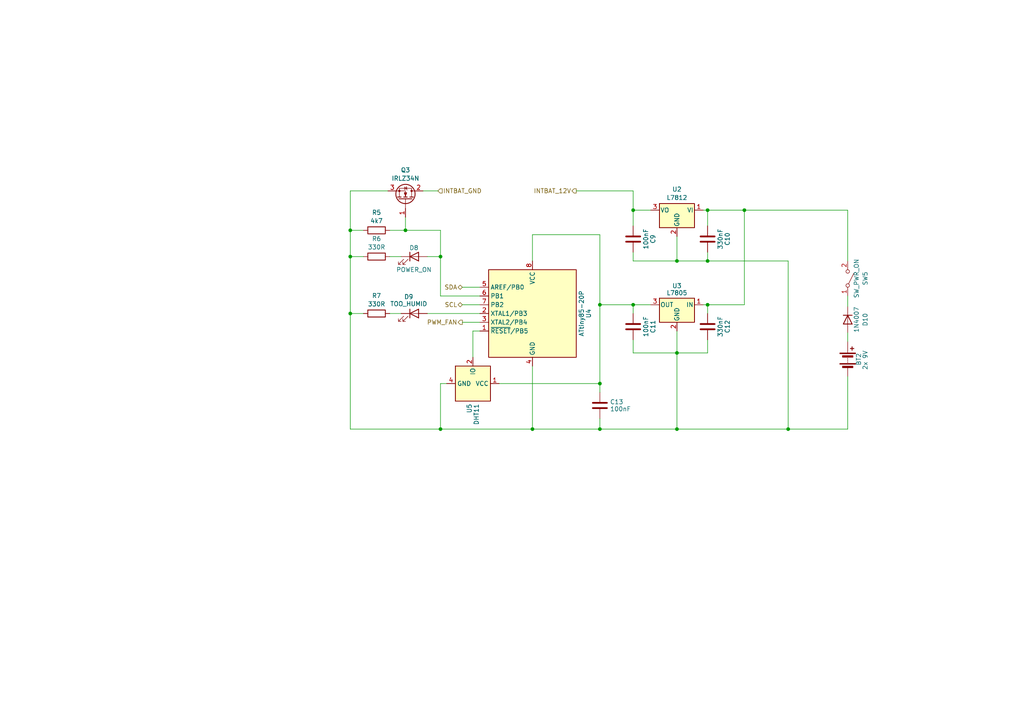
<source format=kicad_sch>
(kicad_sch (version 20231120) (generator "eeschema") (generator_version "8.0")
  (paper "A4")
  (lib_symbols
    (symbol "Device:Battery" (pin_numbers hide) (pin_names (offset 0) hide)
      (property "Reference" "BT" (at 2.54 2.54 0))
      (property "Value" "Battery" (at 2.54 0 0))
      (symbol "Battery_0_1"
        (rectangle (start -2.286 -1.27) (end 2.286 -1.524) (fill (type outline)))
        (rectangle (start -2.286 1.778) (end 2.286 1.524) (fill (type outline)))
        (rectangle (start -1.524 -2.032) (end 1.524 -2.54) (fill (type outline)))
        (rectangle (start -1.524 1.016) (end 1.524 0.508) (fill (type outline)))
        (polyline (pts (xy 0 -1.016) (xy 0 -0.762)))
        (polyline (pts (xy 0 -0.508) (xy 0 -0.254)))
        (polyline (pts (xy 0 0) (xy 0 0.254)))
        (polyline (pts (xy 0 1.778) (xy 0 2.54)))
        (polyline (pts (xy 0.762 3.048) (xy 1.778 3.048)) (stroke (width 0.254)))
        (polyline (pts (xy 1.27 3.556) (xy 1.27 2.54)) (stroke (width 0.254)))
      )
      (symbol "Battery_1_1"
        (pin passive line (at 0 5.08 270) (length 2.54) (name "+") (number "1"))
        (pin passive line (at 0 -5.08 90) (length 2.54) (name "-") (number "2"))
      )
    )
    (symbol "Device:C" (pin_numbers hide) (pin_names (offset 0.254))
      (property "Reference" "C" (at 0.635 2.54 0))
      (property "Value" "C" (at 0.635 -2.54 0))
      (symbol "C_0_1"
        (polyline (pts (xy -2.032 -0.762) (xy 2.032 -0.762)) (stroke (width 0.508)))
        (polyline (pts (xy -2.032 0.762) (xy 2.032 0.762)) (stroke (width 0.508)))
      )
      (symbol "C_1_1"
        (pin passive line (at 0 3.81 270) (length 2.794) (name "~") (number "1"))
        (pin passive line (at 0 -3.81 90) (length 2.794) (name "~") (number "2"))
      )
    )
    (symbol "Device:LED" (pin_numbers hide) (pin_names (offset 1.016) hide)
      (property "Reference" "D" (at 0 2.54 0))
      (property "Value" "LED" (at 0 -2.54 0))
      (symbol "LED_0_1"
        (polyline (pts (xy -1.27 -1.27) (xy -1.27 1.27)) (stroke (width 0.254)))
        (polyline (pts (xy -1.27 0) (xy 1.27 0)))
        (polyline (pts (xy 1.27 -1.27) (xy 1.27 1.27) (xy -1.27 0) (xy 1.27 -1.27)) (stroke (width 0.254)))
        (polyline (pts (xy -3.048 -0.762) (xy -4.572 -2.286) (xy -3.81 -2.286) (xy -4.572 -2.286) (xy -4.572 -1.524)))
        (polyline (pts (xy -1.778 -0.762) (xy -3.302 -2.286) (xy -2.54 -2.286) (xy -3.302 -2.286) (xy -3.302 -1.524)))
      )
      (symbol "LED_1_1"
        (pin passive line (at -3.81 0 0) (length 2.54) (name "K") (number "1"))
        (pin passive line (at 3.81 0 180) (length 2.54) (name "A") (number "2"))
      )
    )
    (symbol "Device:R" (pin_numbers hide) (pin_names (offset 0))
      (property "Reference" "R" (at 2.032 0 90))
      (property "Value" "R" (at 0 0 90))
      (symbol "R_0_1"
        (rectangle (start -1.016 -2.54) (end 1.016 2.54) (stroke (width 0.254)))
      )
      (symbol "R_1_1"
        (pin passive line (at 0 3.81 270) (length 1.27) (name "~") (number "1"))
        (pin passive line (at 0 -3.81 90) (length 1.27) (name "~") (number "2"))
      )
    )
    (symbol "Diode:1N4007" (pin_numbers hide) (pin_names hide)
      (property "Reference" "D" (at 0 2.54 0))
      (property "Value" "1N4007" (at 0 -2.54 0))
      (symbol "1N4007_0_1"
        (polyline (pts (xy -1.27 1.27) (xy -1.27 -1.27)) (stroke (width 0.254)))
        (polyline (pts (xy 1.27 0) (xy -1.27 0)))
        (polyline (pts (xy 1.27 1.27) (xy 1.27 -1.27) (xy -1.27 0) (xy 1.27 1.27)) (stroke (width 0.254)))
      )
      (symbol "1N4007_1_1"
        (pin passive line (at -3.81 0 0) (length 2.54) (name "K") (number "1"))
        (pin passive line (at 3.81 0 180) (length 2.54) (name "A") (number "2"))
      )
    )
    (symbol "MCU_Microchip_ATtiny:ATtiny85-20P"
      (property "Reference" "U" (at -12.7 13.97 0))
      (property "Value" "ATtiny85-20P" (at 2.54 -13.97 0))
      (symbol "ATtiny85-20P_0_1"
        (rectangle (start -12.7 -12.7) (end 12.7 12.7) (stroke (width 0.254)) (fill (type background)))
      )
      (symbol "ATtiny85-20P_1_1"
        (pin bidirectional line (at 15.24 -5.08 180) (length 2.54) (name "~{RESET}/PB5") (number "1"))
        (pin bidirectional line (at 15.24 0 180) (length 2.54) (name "XTAL1/PB3") (number "2"))
        (pin bidirectional line (at 15.24 -2.54 180) (length 2.54) (name "XTAL2/PB4") (number "3"))
        (pin power_in line (at 0 -15.24 90) (length 2.54) (name "GND") (number "4"))
        (pin bidirectional line (at 15.24 7.62 180) (length 2.54) (name "AREF/PB0") (number "5"))
        (pin bidirectional line (at 15.24 5.08 180) (length 2.54) (name "PB1") (number "6"))
        (pin bidirectional line (at 15.24 2.54 180) (length 2.54) (name "PB2") (number "7"))
        (pin power_in line (at 0 15.24 270) (length 2.54) (name "VCC") (number "8"))
      )
    )
    (symbol "Regulator_Linear:L7805" (pin_names (offset 0.254))
      (property "Reference" "U" (at -3.81 3.175 0))
      (property "Value" "L7805" (at 0 3.175 0))
      (symbol "L7805_0_1"
        (rectangle (start -5.08 1.905) (end 5.08 -5.08) (stroke (width 0.254)) (fill (type background)))
      )
      (symbol "L7805_1_1"
        (pin power_in line (at -7.62 0 0) (length 2.54) (name "IN") (number "1"))
        (pin power_in line (at 0 -7.62 90) (length 2.54) (name "GND") (number "2"))
        (pin power_out line (at 7.62 0 180) (length 2.54) (name "OUT") (number "3"))
      )
    )
    (symbol "Regulator_Linear:LM7812_TO220" (pin_names (offset 0.254))
      (property "Reference" "U" (at -3.81 3.175 0))
      (property "Value" "LM7812_TO220" (at 0 3.175 0))
      (symbol "LM7812_TO220_0_1"
        (rectangle (start -5.08 1.905) (end 5.08 -5.08) (stroke (width 0.254)) (fill (type background)))
      )
      (symbol "LM7812_TO220_1_1"
        (pin power_in line (at -7.62 0 0) (length 2.54) (name "VI") (number "1"))
        (pin power_in line (at 0 -7.62 90) (length 2.54) (name "GND") (number "2"))
        (pin power_out line (at 7.62 0 180) (length 2.54) (name "VO") (number "3"))
      )
    )
    (symbol "Sensor:DHT11"
      (property "Reference" "U" (at -3.81 6.35 0))
      (property "Value" "DHT11" (at 3.81 6.35 0))
      (symbol "DHT11_0_1"
        (rectangle (start -5.08 5.08) (end 5.08 -5.08) (stroke (width 0.254)) (fill (type background)))
      )
      (symbol "DHT11_1_1"
        (pin power_in line (at 0 7.62 270) (length 2.54) (name "VCC") (number "1"))
        (pin bidirectional line (at 7.62 0 180) (length 2.54) (name "IO") (number "2"))
        (pin no_connect line (at -5.08 0 0) (length 2.54) hide (name "NC") (number "3"))
        (pin power_in line (at 0 -7.62 90) (length 2.54) (name "GND") (number "4"))
      )
    )
    (symbol "Switch:SW_SPST" (pin_names (offset 0) hide)
      (property "Reference" "SW" (at 0 3.175 0))
      (property "Value" "SW_SPST" (at 0 -2.54 0))
      (symbol "SW_SPST_0_0"
        (circle (center -2.032 0) (radius 0.508))
        (polyline (pts (xy -1.524 0.254) (xy 1.524 1.778)))
        (circle (center 2.032 0) (radius 0.508))
      )
      (symbol "SW_SPST_1_1"
        (pin passive line (at -5.08 0 0) (length 2.54) (name "A") (number "1"))
        (pin passive line (at 5.08 0 180) (length 2.54) (name "B") (number "2"))
      )
    )
    (symbol "Transistor_FET:IRLZ34N" (pin_names hide)
      (property "Reference" "Q" (at 5.08 1.905 0))
      (property "Value" "IRLZ34N" (at 5.08 0 0))
      (symbol "IRLZ34N_0_1"
        (polyline (pts (xy 0.254 0) (xy -2.54 0)))
        (polyline (pts (xy 0.254 1.905) (xy 0.254 -1.905)) (stroke (width 0.254)))
        (polyline (pts (xy 0.762 -1.27) (xy 0.762 -2.286)) (stroke (width 0.254)))
        (polyline (pts (xy 0.762 0.508) (xy 0.762 -0.508)) (stroke (width 0.254)))
        (polyline (pts (xy 0.762 2.286) (xy 0.762 1.27)) (stroke (width 0.254)))
        (polyline (pts (xy 2.54 2.54) (xy 2.54 1.778)))
        (polyline (pts (xy 2.54 -2.54) (xy 2.54 0) (xy 0.762 0)))
        (polyline (pts (xy 0.762 -1.778) (xy 3.302 -1.778) (xy 3.302 1.778) (xy 0.762 1.778)))
        (polyline (pts (xy 1.016 0) (xy 2.032 0.381) (xy 2.032 -0.381) (xy 1.016 0)) (fill (type outline)))
        (polyline (pts (xy 2.794 0.508) (xy 2.921 0.381) (xy 3.683 0.381) (xy 3.81 0.254)))
        (polyline (pts (xy 3.302 0.381) (xy 2.921 -0.254) (xy 3.683 -0.254) (xy 3.302 0.381)))
        (circle (center 1.651 0) (radius 2.794) (stroke (width 0.254)))
        (circle (center 2.54 -1.778) (radius 0.254) (fill (type outline)))
        (circle (center 2.54 1.778) (radius 0.254) (fill (type outline)))
      )
      (symbol "IRLZ34N_1_1"
        (pin input line (at -5.08 0 0) (length 2.54) (name "G") (number "1"))
        (pin passive line (at 2.54 5.08 270) (length 2.54) (name "D") (number "2"))
        (pin passive line (at 2.54 -5.08 90) (length 2.54) (name "S") (number "3"))
      )
    )
  )
  (junction (at 183.642 88.392))
  (junction (at 101.6 66.802))
  (junction (at 228.6 124.46))
  (junction (at 205.232 88.392))
  (junction (at 127.762 74.422))
  (junction (at 117.602 66.802))
  (junction (at 196.342 124.46))
  (junction (at 173.99 88.392))
  (junction (at 101.6 90.932))
  (junction (at 196.342 75.692))
  (junction (at 205.232 60.96))
  (junction (at 127.762 124.46))
  (junction (at 173.99 111.252))
  (junction (at 215.9 60.96))
  (junction (at 154.432 124.46))
  (junction (at 101.6 74.422))
  (junction (at 173.99 124.46))
  (junction (at 183.642 60.96))
  (junction (at 205.232 75.692))
  (junction (at 196.342 102.362))
  (wire (pts (xy 154.432 68.072) (xy 154.432 75.692)))
  (wire (pts (xy 101.6 74.422) (xy 105.41 74.422)))
  (wire (pts (xy 173.99 68.072) (xy 173.99 88.392)))
  (wire (pts (xy 101.6 74.422) (xy 101.6 90.932)))
  (wire (pts (xy 196.342 102.362) (xy 196.342 124.46)))
  (wire (pts (xy 245.872 85.852) (xy 245.872 88.9)))
  (wire (pts (xy 134.112 83.312) (xy 139.192 83.312)))
  (wire (pts (xy 183.642 102.362) (xy 196.342 102.362)))
  (wire (pts (xy 101.6 55.372) (xy 112.522 55.372)))
  (wire (pts (xy 127.762 85.852) (xy 127.762 74.422)))
  (wire (pts (xy 173.99 124.46) (xy 196.342 124.46)))
  (wire (pts (xy 101.6 124.46) (xy 127.762 124.46)))
  (wire (pts (xy 123.952 90.932) (xy 139.192 90.932)))
  (wire (pts (xy 127.762 124.46) (xy 154.432 124.46)))
  (wire (pts (xy 113.03 66.802) (xy 117.602 66.802)))
  (wire (pts (xy 134.112 93.472) (xy 139.192 93.472)))
  (wire (pts (xy 173.99 88.392) (xy 173.99 111.252)))
  (wire (pts (xy 183.642 98.552) (xy 183.642 102.362)))
  (wire (pts (xy 228.6 75.692) (xy 228.6 124.46)))
  (wire (pts (xy 245.872 96.52) (xy 245.872 99.06)))
  (wire (pts (xy 173.99 124.46) (xy 154.432 124.46)))
  (wire (pts (xy 228.6 124.46) (xy 245.872 124.46)))
  (wire (pts (xy 205.232 73.152) (xy 205.232 75.692)))
  (wire (pts (xy 139.192 88.392) (xy 134.112 88.392)))
  (wire (pts (xy 183.642 65.532) (xy 183.642 60.96)))
  (wire (pts (xy 167.132 55.372) (xy 183.642 55.372)))
  (wire (pts (xy 173.99 121.412) (xy 173.99 124.46)))
  (wire (pts (xy 205.232 60.96) (xy 215.9 60.96)))
  (wire (pts (xy 101.6 90.932) (xy 101.6 124.46)))
  (wire (pts (xy 173.99 111.252) (xy 173.99 113.792)))
  (wire (pts (xy 183.642 55.372) (xy 183.642 60.96)))
  (wire (pts (xy 183.642 73.152) (xy 183.642 75.692)))
  (wire (pts (xy 123.952 74.422) (xy 127.762 74.422)))
  (wire (pts (xy 205.232 75.692) (xy 228.6 75.692)))
  (wire (pts (xy 173.99 88.392) (xy 183.642 88.392)))
  (wire (pts (xy 196.342 124.46) (xy 228.6 124.46)))
  (wire (pts (xy 183.642 60.96) (xy 188.722 60.96)))
  (wire (pts (xy 205.232 88.392) (xy 205.232 90.932)))
  (wire (pts (xy 113.03 74.422) (xy 116.332 74.422)))
  (wire (pts (xy 101.6 55.372) (xy 101.6 66.802)))
  (wire (pts (xy 215.9 60.96) (xy 215.9 88.392)))
  (wire (pts (xy 183.642 88.392) (xy 188.722 88.392)))
  (wire (pts (xy 245.872 60.96) (xy 245.872 75.692)))
  (wire (pts (xy 101.6 90.932) (xy 105.41 90.932)))
  (wire (pts (xy 154.432 106.172) (xy 154.432 124.46)))
  (wire (pts (xy 139.192 85.852) (xy 127.762 85.852)))
  (wire (pts (xy 183.642 90.932) (xy 183.642 88.392)))
  (wire (pts (xy 205.232 102.362) (xy 205.232 98.552)))
  (wire (pts (xy 196.342 96.012) (xy 196.342 102.362)))
  (wire (pts (xy 101.6 66.802) (xy 101.6 74.422)))
  (wire (pts (xy 122.682 55.372) (xy 127 55.372)))
  (wire (pts (xy 129.54 111.252) (xy 127.762 111.252)))
  (wire (pts (xy 203.962 88.392) (xy 205.232 88.392)))
  (wire (pts (xy 196.342 68.58) (xy 196.342 75.692)))
  (wire (pts (xy 205.232 88.392) (xy 215.9 88.392)))
  (wire (pts (xy 196.342 75.692) (xy 205.232 75.692)))
  (wire (pts (xy 245.872 109.22) (xy 245.872 124.46)))
  (wire (pts (xy 203.962 60.96) (xy 205.232 60.96)))
  (wire (pts (xy 205.232 60.96) (xy 205.232 65.532)))
  (wire (pts (xy 144.78 111.252) (xy 173.99 111.252)))
  (wire (pts (xy 127.762 74.422) (xy 127.762 66.802)))
  (wire (pts (xy 154.432 68.072) (xy 173.99 68.072)))
  (wire (pts (xy 137.16 103.632) (xy 137.16 96.012)))
  (wire (pts (xy 117.602 62.992) (xy 117.602 66.802)))
  (wire (pts (xy 137.16 96.012) (xy 139.192 96.012)))
  (wire (pts (xy 183.642 75.692) (xy 196.342 75.692)))
  (wire (pts (xy 127.762 111.252) (xy 127.762 124.46)))
  (wire (pts (xy 117.602 66.802) (xy 127.762 66.802)))
  (wire (pts (xy 215.9 60.96) (xy 245.872 60.96)))
  (wire (pts (xy 105.41 66.802) (xy 101.6 66.802)))
  (wire (pts (xy 196.342 102.362) (xy 205.232 102.362)))
  (wire (pts (xy 113.03 90.932) (xy 116.332 90.932)))
  (hierarchical_label "SCL" (shape bidirectional) (at 134.112 88.392 180))
  (hierarchical_label "SDA" (shape bidirectional) (at 134.112 83.312 180))
  (hierarchical_label "INTBAT_GND" (shape input) (at 127 55.372 0))
  (hierarchical_label "PWM_FAN" (shape output) (at 134.112 93.472 180))
  (hierarchical_label "INTBAT_12V" (shape output) (at 167.132 55.372 180))
  (symbol (lib_id "Device:C") (at 205.232 94.742 0) (mirror x) (unit 1)
    (property "Reference" "C12" (at 210.971 94.742 90))
    (property "Value" "330nF" (at 208.923 94.742 90))
    (property "Footprint" "Capacitor_SMD:C_1206_3216Metric_Pad1.33x1.80mm_HandSolder" (effects (hide yes)))
  )
  (symbol (lib_id "Switch:SW_SPST") (at 245.872 80.772 270) (mirror x) (unit 1)
    (property "Reference" "SW5" (at 250.952 80.772 0))
    (property "Value" "SW_PWR_ON" (at 248.412 80.772 0))
    (property "Footprint" "Connector_PinHeader_2.54mm:PinHeader_1x02_P2.54mm_Vertical" (effects (hide yes)))
  )
  (symbol (lib_id "Transistor_FET:IRLZ34N") (at 117.602 57.912 270) (mirror x) (unit 1)
    (property "Reference" "Q3" (at 117.602 49.3227 90))
    (property "Value" "IRLZ34N" (at 117.602 51.7469 90))
    (property "Footprint" "Package_TO_SOT_THT:TO-220-3_Vertical" (effects (hide yes)))
    (property "Datasheet" "http://www.infineon.com/dgdl/irlz34npbf.pdf?fileId=5546d462533600a40153567206892720" (effects (hide yes)))
  )
  (symbol (lib_id "Device:LED") (at 120.142 74.422 0) (unit 1)
    (property "Reference" "D8" (at 121.412 71.882 0) (effects (justify right)))
    (property "Value" "POWER_ON" (at 125.222 78.232 0) (effects (justify right)))
    (property "Footprint" "Connector_PinHeader_2.54mm:PinHeader_1x02_P2.54mm_Vertical" (effects (hide yes)))
  )
  (symbol (lib_id "Regulator_Linear:L7805") (at 196.342 88.392 0) (mirror y) (unit 1)
    (property "Reference" "U3" (at 196.342 82.907 0))
    (property "Value" "L7805" (at 196.342 84.955 0))
    (property "Footprint" "Package_TO_SOT_THT:TO-220-3_Vertical" (effects (hide yes)))
    (property "Datasheet" "http://www.st.com/content/ccc/resource/technical/document/datasheet/41/4f/b3/b0/12/d4/47/88/CD00000444.pdf/files/CD00000444.pdf/jcr:content/translations/en.CD00000444.pdf" (effects (hide yes)))
  )
  (symbol (lib_id "Device:R") (at 109.22 66.802 90) (unit 1)
    (property "Reference" "R5" (at 109.22 61.6417 90))
    (property "Value" "4k7" (at 109.22 64.0659 90))
    (property "Footprint" "Resistor_SMD:R_1206_3216Metric_Pad1.30x1.75mm_HandSolder" (effects (hide yes)))
  )
  (symbol (lib_id "Device:C") (at 183.642 94.742 0) (unit 1)
    (property "Reference" "C11" (at 189.381 94.742 90))
    (property "Value" "100nF" (at 187.333 94.742 90))
    (property "Footprint" "Capacitor_SMD:C_1206_3216Metric_Pad1.33x1.80mm_HandSolder" (effects (hide yes)))
  )
  (symbol (lib_id "Regulator_Linear:LM7812_TO220") (at 196.342 60.96 0) (mirror y) (unit 1)
    (property "Reference" "U2" (at 196.342 54.9107 0))
    (property "Value" "L7812" (at 196.342 57.3349 0))
    (property "Footprint" "Package_TO_SOT_THT:TO-220-3_Vertical" (effects (hide yes)))
    (property "Datasheet" "https://www.onsemi.cn/PowerSolutions/document/MC7800-D.PDF" (effects (hide yes)))
  )
  (symbol (lib_id "Diode:1N4007") (at 245.872 92.71 270) (unit 1)
    (property "Reference" "D10" (at 250.952 92.71 0))
    (property "Value" "1N4007" (at 248.412 92.71 0))
    (property "Footprint" "Diode_SMD:D_SMA_Handsoldering" (effects (hide yes)))
    (property "Datasheet" "http://www.vishay.com/docs/88503/1n4001.pdf" (effects (hide yes)))
    (property "Sim.Device" "D" (effects (hide yes)))
    (property "Sim.Pins" "1=K 2=A" (effects (hide yes)))
  )
  (symbol (lib_id "Sensor:DHT11") (at 137.16 111.252 270) (mirror x) (unit 1)
    (property "Reference" "U5" (at 136.136 117.094 0) (effects (justify right)))
    (property "Value" "DHT11" (at 138.184 117.094 0) (effects (justify right)))
    (property "Footprint" "Sensor:Aosong_DHT11_5.5x12.0_P2.54mm" (effects (hide yes)))
    (property "Datasheet" "http://akizukidenshi.com/download/ds/aosong/DHT11.pdf" (effects (hide yes)))
  )
  (symbol (lib_id "Device:C") (at 173.99 117.602 0) (unit 1)
    (property "Reference" "C13" (at 176.911 116.578 0) (effects (justify left)))
    (property "Value" "100nF" (at 176.911 118.626 0) (effects (justify left)))
    (property "Footprint" "Capacitor_SMD:C_1206_3216Metric_Pad1.33x1.80mm_HandSolder" (effects (hide yes)))
  )
  (symbol (lib_id "Device:C") (at 183.642 69.342 0) (unit 1)
    (property "Reference" "C9" (at 189.381 69.342 90))
    (property "Value" "100nF" (at 187.333 69.342 90))
    (property "Footprint" "Capacitor_SMD:C_1206_3216Metric_Pad1.33x1.80mm_HandSolder" (effects (hide yes)))
  )
  (symbol (lib_id "Device:R") (at 109.22 90.932 270) (unit 1)
    (property "Reference" "R7" (at 109.22 85.7717 90))
    (property "Value" "330R" (at 109.22 88.1959 90))
    (property "Footprint" "Resistor_SMD:R_1206_3216Metric_Pad1.30x1.75mm_HandSolder" (effects (hide yes)))
  )
  (symbol (lib_id "Device:LED") (at 120.142 90.932 0) (unit 1)
    (property "Reference" "D9" (at 118.5545 86.082 0))
    (property "Value" "TOO_HUMID" (at 118.5545 88.13 0))
    (property "Footprint" "Connector_PinHeader_2.54mm:PinHeader_1x02_P2.54mm_Vertical" (effects (hide yes)))
  )
  (symbol (lib_id "Device:R") (at 109.22 74.422 90) (unit 1)
    (property "Reference" "R6" (at 109.22 69.2617 90))
    (property "Value" "330R" (at 109.22 71.6859 90))
    (property "Footprint" "Resistor_SMD:R_1206_3216Metric_Pad1.30x1.75mm_HandSolder" (effects (hide yes)))
  )
  (symbol (lib_id "Device:C") (at 205.232 69.342 0) (mirror x) (unit 1)
    (property "Reference" "C10" (at 210.971 69.342 90))
    (property "Value" "330nF" (at 208.923 69.342 90))
    (property "Footprint" "Capacitor_SMD:C_1206_3216Metric_Pad1.33x1.80mm_HandSolder" (effects (hide yes)))
  )
  (symbol (lib_id "Device:Battery") (at 245.872 104.14 0) (unit 1)
    (property "Reference" "BT2" (at 249.047 106.045 90) (effects (justify left)))
    (property "Value" "2x 9V" (at 250.952 107.315 90) (effects (justify left)))
    (property "Footprint" "Connector_Wire:SolderWire-0.25sqmm_1x02_P4.2mm_D0.65mm_OD1.7mm" (effects (hide yes)))
  )
  (symbol (lib_id "MCU_Microchip_ATtiny:ATtiny85-20P") (at 154.432 90.932 0) (mirror y) (unit 1)
    (property "Reference" "U4" (at 170.712 90.932 90))
    (property "Value" "ATtiny85-20P" (at 168.664 90.932 90))
    (property "Footprint" "Package_DIP:DIP-8_W7.62mm" (effects (hide yes)))
    (property "Datasheet" "http://ww1.microchip.com/downloads/en/DeviceDoc/atmel-2586-avr-8-bit-microcontroller-attiny25-attiny45-attiny85_datasheet.pdf" (effects (hide yes)))
  )
)
</source>
